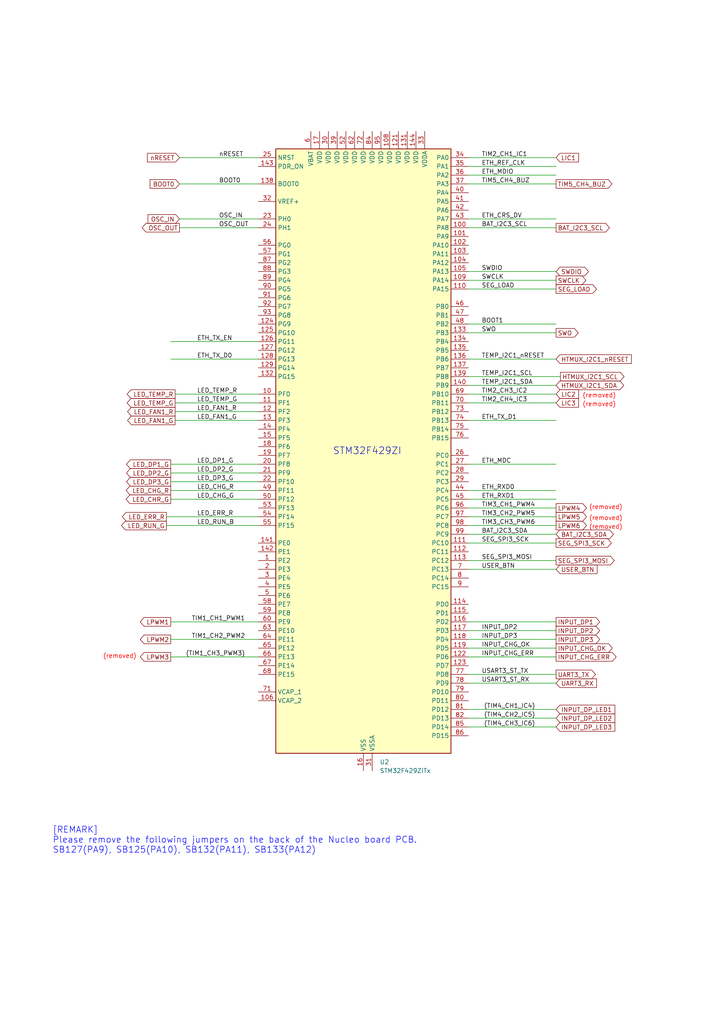
<source format=kicad_sch>
(kicad_sch (version 20230121) (generator eeschema)
  (paper "A4" portrait)
  (title_block (title "[AMDS] Portable MCU Schematic") (date "2024-11-27"))
  (lib_symbols
    (symbol "MCU_ST_STM32F4:STM32F429ZITx"
      (property "Reference" "U" (at -25.4 90.17 0))
      (property "Value" "STM32F429ZITx" (at 20.32 90.17 0))
      (symbol "STM32F429ZITx_0_1"
        (rectangle (start -25.4 -86.36) (end 25.4 88.9) (stroke (width 0.254)) (fill (type background)))
      )
      (symbol "STM32F429ZITx_1_1"
        (pin bidirectional line (at -30.48 -30.48 0) (length 5.08) (name "PE2") (number "1"))
        (pin bidirectional line (at -30.48 17.78 0) (length 5.08) (name "PF0") (number "10"))
        (pin bidirectional line (at 30.48 66.04 180) (length 5.08) (name "PA8") (number "100"))
        (pin bidirectional line (at 30.48 63.5 180) (length 5.08) (name "PA9") (number "101"))
        (pin bidirectional line (at 30.48 60.96 180) (length 5.08) (name "PA10") (number "102"))
        (pin bidirectional line (at 30.48 58.42 180) (length 5.08) (name "PA11") (number "103"))
        (pin bidirectional line (at 30.48 55.88 180) (length 5.08) (name "PA12") (number "104"))
        (pin bidirectional line (at 30.48 53.34 180) (length 5.08) (name "PA13") (number "105"))
        (pin power_out line (at -30.48 -71.12 0) (length 5.08) (name "VCAP_2") (number "106"))
        (pin passive line (at 0 -91.44 90) (length 5.08) hide (name "VSS") (number "107"))
        (pin power_in line (at 7.62 93.98 270) (length 5.08) (name "VDD") (number "108"))
        (pin bidirectional line (at 30.48 50.8 180) (length 5.08) (name "PA14") (number "109"))
        (pin bidirectional line (at -30.48 15.24 0) (length 5.08) (name "PF1") (number "11"))
        (pin bidirectional line (at 30.48 48.26 180) (length 5.08) (name "PA15") (number "110"))
        (pin bidirectional line (at 30.48 -25.4 180) (length 5.08) (name "PC10") (number "111"))
        (pin bidirectional line (at 30.48 -27.94 180) (length 5.08) (name "PC11") (number "112"))
        (pin bidirectional line (at 30.48 -30.48 180) (length 5.08) (name "PC12") (number "113"))
        (pin bidirectional line (at 30.48 -43.18 180) (length 5.08) (name "PD0") (number "114"))
        (pin bidirectional line (at 30.48 -45.72 180) (length 5.08) (name "PD1") (number "115"))
        (pin bidirectional line (at 30.48 -48.26 180) (length 5.08) (name "PD2") (number "116"))
        (pin bidirectional line (at 30.48 -50.8 180) (length 5.08) (name "PD3") (number "117"))
        (pin bidirectional line (at 30.48 -53.34 180) (length 5.08) (name "PD4") (number "118"))
        (pin bidirectional line (at 30.48 -55.88 180) (length 5.08) (name "PD5") (number "119"))
        (pin bidirectional line (at -30.48 12.7 0) (length 5.08) (name "PF2") (number "12"))
        (pin passive line (at 0 -91.44 90) (length 5.08) hide (name "VSS") (number "120"))
        (pin power_in line (at 10.16 93.98 270) (length 5.08) (name "VDD") (number "121"))
        (pin bidirectional line (at 30.48 -58.42 180) (length 5.08) (name "PD6") (number "122"))
        (pin bidirectional line (at 30.48 -60.96 180) (length 5.08) (name "PD7") (number "123"))
        (pin bidirectional line (at -30.48 38.1 0) (length 5.08) (name "PG9") (number "124"))
        (pin bidirectional line (at -30.48 35.56 0) (length 5.08) (name "PG10") (number "125"))
        (pin bidirectional line (at -30.48 33.02 0) (length 5.08) (name "PG11") (number "126"))
        (pin bidirectional line (at -30.48 30.48 0) (length 5.08) (name "PG12") (number "127"))
        (pin bidirectional line (at -30.48 27.94 0) (length 5.08) (name "PG13") (number "128"))
        (pin bidirectional line (at -30.48 25.4 0) (length 5.08) (name "PG14") (number "129"))
        (pin bidirectional line (at -30.48 10.16 0) (length 5.08) (name "PF3") (number "13"))
        (pin passive line (at 0 -91.44 90) (length 5.08) hide (name "VSS") (number "130"))
        (pin power_in line (at 12.7 93.98 270) (length 5.08) (name "VDD") (number "131"))
        (pin bidirectional line (at -30.48 22.86 0) (length 5.08) (name "PG15") (number "132"))
        (pin bidirectional line (at 30.48 35.56 180) (length 5.08) (name "PB3") (number "133"))
        (pin bidirectional line (at 30.48 33.02 180) (length 5.08) (name "PB4") (number "134"))
        (pin bidirectional line (at 30.48 30.48 180) (length 5.08) (name "PB5") (number "135"))
        (pin bidirectional line (at 30.48 27.94 180) (length 5.08) (name "PB6") (number "136"))
        (pin bidirectional line (at 30.48 25.4 180) (length 5.08) (name "PB7") (number "137"))
        (pin input line (at -30.48 78.74 0) (length 5.08) (name "BOOT0") (number "138"))
        (pin bidirectional line (at 30.48 22.86 180) (length 5.08) (name "PB8") (number "139"))
        (pin bidirectional line (at -30.48 7.62 0) (length 5.08) (name "PF4") (number "14"))
        (pin bidirectional line (at 30.48 20.32 180) (length 5.08) (name "PB9") (number "140"))
        (pin bidirectional line (at -30.48 -25.4 0) (length 5.08) (name "PE0") (number "141"))
        (pin bidirectional line (at -30.48 -27.94 0) (length 5.08) (name "PE1") (number "142"))
        (pin input line (at -30.48 83.82 0) (length 5.08) (name "PDR_ON") (number "143"))
        (pin power_in line (at 15.24 93.98 270) (length 5.08) (name "VDD") (number "144"))
        (pin bidirectional line (at -30.48 5.08 0) (length 5.08) (name "PF5") (number "15"))
        (pin power_in line (at 0 -91.44 90) (length 5.08) (name "VSS") (number "16"))
        (pin power_in line (at -12.7 93.98 270) (length 5.08) (name "VDD") (number "17"))
        (pin bidirectional line (at -30.48 2.54 0) (length 5.08) (name "PF6") (number "18"))
        (pin bidirectional line (at -30.48 0 0) (length 5.08) (name "PF7") (number "19"))
        (pin bidirectional line (at -30.48 -33.02 0) (length 5.08) (name "PE3") (number "2"))
        (pin bidirectional line (at -30.48 -2.54 0) (length 5.08) (name "PF8") (number "20"))
        (pin bidirectional line (at -30.48 -5.08 0) (length 5.08) (name "PF9") (number "21"))
        (pin bidirectional line (at -30.48 -7.62 0) (length 5.08) (name "PF10") (number "22"))
        (pin bidirectional line (at -30.48 68.58 0) (length 5.08) (name "PH0") (number "23"))
        (pin bidirectional line (at -30.48 66.04 0) (length 5.08) (name "PH1") (number "24"))
        (pin input line (at -30.48 86.36 0) (length 5.08) (name "NRST") (number "25"))
        (pin bidirectional line (at 30.48 0 180) (length 5.08) (name "PC0") (number "26"))
        (pin bidirectional line (at 30.48 -2.54 180) (length 5.08) (name "PC1") (number "27"))
        (pin bidirectional line (at 30.48 -5.08 180) (length 5.08) (name "PC2") (number "28"))
        (pin bidirectional line (at 30.48 -7.62 180) (length 5.08) (name "PC3") (number "29"))
        (pin bidirectional line (at -30.48 -35.56 0) (length 5.08) (name "PE4") (number "3"))
        (pin power_in line (at -10.16 93.98 270) (length 5.08) (name "VDD") (number "30"))
        (pin power_in line (at 2.54 -91.44 90) (length 5.08) (name "VSSA") (number "31"))
        (pin input line (at -30.48 73.66 0) (length 5.08) (name "VREF+") (number "32"))
        (pin power_in line (at 17.78 93.98 270) (length 5.08) (name "VDDA") (number "33"))
        (pin bidirectional line (at 30.48 86.36 180) (length 5.08) (name "PA0") (number "34"))
        (pin bidirectional line (at 30.48 83.82 180) (length 5.08) (name "PA1") (number "35"))
        (pin bidirectional line (at 30.48 81.28 180) (length 5.08) (name "PA2") (number "36"))
        (pin bidirectional line (at 30.48 78.74 180) (length 5.08) (name "PA3") (number "37"))
        (pin passive line (at 0 -91.44 90) (length 5.08) hide (name "VSS") (number "38"))
        (pin power_in line (at -7.62 93.98 270) (length 5.08) (name "VDD") (number "39"))
        (pin bidirectional line (at -30.48 -38.1 0) (length 5.08) (name "PE5") (number "4"))
        (pin bidirectional line (at 30.48 76.2 180) (length 5.08) (name "PA4") (number "40"))
        (pin bidirectional line (at 30.48 73.66 180) (length 5.08) (name "PA5") (number "41"))
        (pin bidirectional line (at 30.48 71.12 180) (length 5.08) (name "PA6") (number "42"))
        (pin bidirectional line (at 30.48 68.58 180) (length 5.08) (name "PA7") (number "43"))
        (pin bidirectional line (at 30.48 -10.16 180) (length 5.08) (name "PC4") (number "44"))
        (pin bidirectional line (at 30.48 -12.7 180) (length 5.08) (name "PC5") (number "45"))
        (pin bidirectional line (at 30.48 43.18 180) (length 5.08) (name "PB0") (number "46"))
        (pin bidirectional line (at 30.48 40.64 180) (length 5.08) (name "PB1") (number "47"))
        (pin bidirectional line (at 30.48 38.1 180) (length 5.08) (name "PB2") (number "48"))
        (pin bidirectional line (at -30.48 -10.16 0) (length 5.08) (name "PF11") (number "49"))
        (pin bidirectional line (at -30.48 -40.64 0) (length 5.08) (name "PE6") (number "5"))
        (pin bidirectional line (at -30.48 -12.7 0) (length 5.08) (name "PF12") (number "50"))
        (pin passive line (at 0 -91.44 90) (length 5.08) hide (name "VSS") (number "51"))
        (pin power_in line (at -5.08 93.98 270) (length 5.08) (name "VDD") (number "52"))
        (pin bidirectional line (at -30.48 -15.24 0) (length 5.08) (name "PF13") (number "53"))
        (pin bidirectional line (at -30.48 -17.78 0) (length 5.08) (name "PF14") (number "54"))
        (pin bidirectional line (at -30.48 -20.32 0) (length 5.08) (name "PF15") (number "55"))
        (pin bidirectional line (at -30.48 60.96 0) (length 5.08) (name "PG0") (number "56"))
        (pin bidirectional line (at -30.48 58.42 0) (length 5.08) (name "PG1") (number "57"))
        (pin bidirectional line (at -30.48 -43.18 0) (length 5.08) (name "PE7") (number "58"))
        (pin bidirectional line (at -30.48 -45.72 0) (length 5.08) (name "PE8") (number "59"))
        (pin power_in line (at -15.24 93.98 270) (length 5.08) (name "VBAT") (number "6"))
        (pin bidirectional line (at -30.48 -48.26 0) (length 5.08) (name "PE9") (number "60"))
        (pin passive line (at 0 -91.44 90) (length 5.08) hide (name "VSS") (number "61"))
        (pin power_in line (at -2.54 93.98 270) (length 5.08) (name "VDD") (number "62"))
        (pin bidirectional line (at -30.48 -50.8 0) (length 5.08) (name "PE10") (number "63"))
        (pin bidirectional line (at -30.48 -53.34 0) (length 5.08) (name "PE11") (number "64"))
        (pin bidirectional line (at -30.48 -55.88 0) (length 5.08) (name "PE12") (number "65"))
        (pin bidirectional line (at -30.48 -58.42 0) (length 5.08) (name "PE13") (number "66"))
        (pin bidirectional line (at -30.48 -60.96 0) (length 5.08) (name "PE14") (number "67"))
        (pin bidirectional line (at -30.48 -63.5 0) (length 5.08) (name "PE15") (number "68"))
        (pin bidirectional line (at 30.48 17.78 180) (length 5.08) (name "PB10") (number "69"))
        (pin bidirectional line (at 30.48 -33.02 180) (length 5.08) (name "PC13") (number "7"))
        (pin bidirectional line (at 30.48 15.24 180) (length 5.08) (name "PB11") (number "70"))
        (pin power_out line (at -30.48 -68.58 0) (length 5.08) (name "VCAP_1") (number "71"))
        (pin power_in line (at 0 93.98 270) (length 5.08) (name "VDD") (number "72"))
        (pin bidirectional line (at 30.48 12.7 180) (length 5.08) (name "PB12") (number "73"))
        (pin bidirectional line (at 30.48 10.16 180) (length 5.08) (name "PB13") (number "74"))
        (pin bidirectional line (at 30.48 7.62 180) (length 5.08) (name "PB14") (number "75"))
        (pin bidirectional line (at 30.48 5.08 180) (length 5.08) (name "PB15") (number "76"))
        (pin bidirectional line (at 30.48 -63.5 180) (length 5.08) (name "PD8") (number "77"))
        (pin bidirectional line (at 30.48 -66.04 180) (length 5.08) (name "PD9") (number "78"))
        (pin bidirectional line (at 30.48 -68.58 180) (length 5.08) (name "PD10") (number "79"))
        (pin bidirectional line (at 30.48 -35.56 180) (length 5.08) (name "PC14") (number "8"))
        (pin bidirectional line (at 30.48 -71.12 180) (length 5.08) (name "PD11") (number "80"))
        (pin bidirectional line (at 30.48 -73.66 180) (length 5.08) (name "PD12") (number "81"))
        (pin bidirectional line (at 30.48 -76.2 180) (length 5.08) (name "PD13") (number "82"))
        (pin passive line (at 0 -91.44 90) (length 5.08) hide (name "VSS") (number "83"))
        (pin power_in line (at 2.54 93.98 270) (length 5.08) (name "VDD") (number "84"))
        (pin bidirectional line (at 30.48 -78.74 180) (length 5.08) (name "PD14") (number "85"))
        (pin bidirectional line (at 30.48 -81.28 180) (length 5.08) (name "PD15") (number "86"))
        (pin bidirectional line (at -30.48 55.88 0) (length 5.08) (name "PG2") (number "87"))
        (pin bidirectional line (at -30.48 53.34 0) (length 5.08) (name "PG3") (number "88"))
        (pin bidirectional line (at -30.48 50.8 0) (length 5.08) (name "PG4") (number "89"))
        (pin bidirectional line (at 30.48 -38.1 180) (length 5.08) (name "PC15") (number "9"))
        (pin bidirectional line (at -30.48 48.26 0) (length 5.08) (name "PG5") (number "90"))
        (pin bidirectional line (at -30.48 45.72 0) (length 5.08) (name "PG6") (number "91"))
        (pin bidirectional line (at -30.48 43.18 0) (length 5.08) (name "PG7") (number "92"))
        (pin bidirectional line (at -30.48 40.64 0) (length 5.08) (name "PG8") (number "93"))
        (pin passive line (at 0 -91.44 90) (length 5.08) hide (name "VSS") (number "94"))
        (pin power_in line (at 5.08 93.98 270) (length 5.08) (name "VDD") (number "95"))
        (pin bidirectional line (at 30.48 -15.24 180) (length 5.08) (name "PC6") (number "96"))
        (pin bidirectional line (at 30.48 -17.78 180) (length 5.08) (name "PC7") (number "97"))
        (pin bidirectional line (at 30.48 -20.32 180) (length 5.08) (name "PC8") (number "98"))
        (pin bidirectional line (at 30.48 -22.86 180) (length 5.08) (name "PC9") (number "99"))
      )
    )
  )
  (wire (pts (xy 135.89 154.94) (xy 161.29 154.94)))
  (wire (pts (xy 49.53 144.78) (xy 74.93 144.78)))
  (wire (pts (xy 50.8 119.38) (xy 74.93 119.38)))
  (wire (pts (xy 48.26 149.86) (xy 74.93 149.86)))
  (wire (pts (xy 49.53 137.16) (xy 74.93 137.16)))
  (wire (pts (xy 50.8 121.92) (xy 74.93 121.92)))
  (wire (pts (xy 135.89 50.8) (xy 161.29 50.8)))
  (wire (pts (xy 74.93 180.34) (xy 49.53 180.34)))
  (wire (pts (xy 135.89 149.86) (xy 161.29 149.86)))
  (wire (pts (xy 135.89 198.12) (xy 161.29 198.12)))
  (wire (pts (xy 135.89 185.42) (xy 161.29 185.42)))
  (wire (pts (xy 48.26 152.4) (xy 74.93 152.4)))
  (wire (pts (xy 135.89 147.32) (xy 161.29 147.32)))
  (wire (pts (xy 135.89 81.28) (xy 161.29 81.28)))
  (wire (pts (xy 49.53 139.7) (xy 74.93 139.7)))
  (wire (pts (xy 135.89 208.28) (xy 161.29 208.28)))
  (wire (pts (xy 135.89 205.74) (xy 161.29 205.74)))
  (wire (pts (xy 135.89 111.76) (xy 161.29 111.76)))
  (wire (pts (xy 49.53 104.14) (xy 74.93 104.14)))
  (wire (pts (xy 135.89 78.74) (xy 161.29 78.74)))
  (wire (pts (xy 50.8 114.3) (xy 74.93 114.3)))
  (wire (pts (xy 50.8 116.84) (xy 74.93 116.84)))
  (wire (pts (xy 135.89 104.14) (xy 161.29 104.14)))
  (wire (pts (xy 135.89 157.48) (xy 161.29 157.48)))
  (wire (pts (xy 135.89 83.82) (xy 161.29 83.82)))
  (wire (pts (xy 135.89 121.92) (xy 161.29 121.92)))
  (wire (pts (xy 49.53 99.06) (xy 74.93 99.06)))
  (wire (pts (xy 135.89 144.78) (xy 161.29 144.78)))
  (wire (pts (xy 135.89 45.72) (xy 161.29 45.72)))
  (wire (pts (xy 52.07 53.34) (xy 74.93 53.34)))
  (wire (pts (xy 135.89 134.62) (xy 161.29 134.62)))
  (wire (pts (xy 135.89 142.24) (xy 161.29 142.24)))
  (wire (pts (xy 135.89 187.96) (xy 161.29 187.96)))
  (wire (pts (xy 52.07 66.04) (xy 74.93 66.04)))
  (wire (pts (xy 135.89 162.56) (xy 161.29 162.56)))
  (wire (pts (xy 135.89 53.34) (xy 161.29 53.34)))
  (wire (pts (xy 135.89 152.4) (xy 161.29 152.4)))
  (wire (pts (xy 135.89 116.84) (xy 161.29 116.84)))
  (wire (pts (xy 135.89 93.98) (xy 161.29 93.98)))
  (wire (pts (xy 135.89 182.88) (xy 161.29 182.88)))
  (wire (pts (xy 52.07 45.72) (xy 74.93 45.72)))
  (wire (pts (xy 135.89 195.58) (xy 161.29 195.58)))
  (wire (pts (xy 135.89 114.3) (xy 161.29 114.3)))
  (wire (pts (xy 49.53 142.24) (xy 74.93 142.24)))
  (wire (pts (xy 135.89 210.82) (xy 161.29 210.82)))
  (wire (pts (xy 135.89 109.22) (xy 162.56 109.22)))
  (wire (pts (xy 74.93 190.5) (xy 49.53 190.5)))
  (wire (pts (xy 135.89 96.52) (xy 161.29 96.52)))
  (wire (pts (xy 135.89 190.5) (xy 161.29 190.5)))
  (wire (pts (xy 74.93 185.42) (xy 49.53 185.42)))
  (wire (pts (xy 135.89 180.34) (xy 161.29 180.34)))
  (wire (pts (xy 135.89 165.1) (xy 161.29 165.1)))
  (wire (pts (xy 135.89 63.5) (xy 161.29 63.5)))
  (wire (pts (xy 135.89 66.04) (xy 161.29 66.04)))
  (wire (pts (xy 135.89 48.26) (xy 161.29 48.26)))
  (wire (pts (xy 49.53 134.62) (xy 74.93 134.62)))
  (wire (pts (xy 52.07 63.5) (xy 74.93 63.5)))
  (text "(removed)" (at 170.815 147.955 0) (effects (font (size 1.27 1.27)) (justify left bottom)))
  (text "(removed)" (at 168.91 118.11 0) (effects (font (size 1.27 1.27)) (justify left bottom)))
  (text "(removed)" (at 168.91 115.57 0) (effects (font (size 1.27 1.27)) (justify left bottom)))
  (text "STM32F429ZI" (at 96.52 132.08 0) (effects (font (size 2 2)) (justify left bottom)))
  (text "[REMARK]\nPlease remove the following jumpers on the back of the Nucleo board PCB.\nSB127(PA9), SB125(PA10), SB132(PA11), SB133(PA12)" (at 15.24 247.65 0) (effects (font (size 1.8 1.8)) (justify left bottom)))
  (text "(removed)" (at 29.845 191.135 0) (effects (font (size 1.27 1.27)) (justify left bottom)))
  (text "(removed)" (at 170.815 153.67 0) (effects (font (size 1.27 1.27)) (justify left bottom)))
  (text "(removed)" (at 170.815 151.13 0) (effects (font (size 1.27 1.27)) (justify left bottom)))
  (label "ETH_MDC" (at 139.7 134.62 0))
  (label "LED_CHG_R" (at 57.15 142.24 0))
  (label "OSC_IN" (at 63.5 63.5 0))
  (label "LED_FAN1_R" (at 57.15 119.38 0))
  (label "(TIM4_CH1_IC4)" (at 140.335 205.74 0))
  (label "LED_DP2_G" (at 57.15 137.16 0))
  (label "TEMP_I2C1_SCL" (at 139.7 109.22 0))
  (label "TIM5_CH4_BUZ" (at 139.7 53.34 0))
  (label "ETH_CRS_DV" (at 139.7 63.5 0))
  (label "USART3_ST_RX" (at 139.7 198.12 0))
  (label "OSC_OUT" (at 63.5 66.04 0))
  (label "SWCLK" (at 139.7 81.28 0))
  (label "ETH_TX_D0" (at 57.15 104.14 0))
  (label "ETH_REF_CLK" (at 139.7 48.26 0))
  (label "LED_TEMP_R" (at 57.15 114.3 0))
  (label "TIM2_CH3_IC2" (at 139.7 114.3 0))
  (label "TIM1_CH1_PWM1" (at 71.12 180.34 180))
  (label "BAT_I2C3_SCL" (at 139.7 66.04 0))
  (label "USER_BTN" (at 139.7 165.1 0))
  (label "USART3_ST_TX" (at 139.7 195.58 0))
  (label "SWO" (at 139.7 96.52 0))
  (label "SWDIO" (at 139.7 78.74 0))
  (label "INPUT_DP2" (at 139.7 182.88 0))
  (label "ETH_TX_D1" (at 139.7 121.92 0))
  (label "TEMP_I2C1_nRESET" (at 139.7 104.14 0))
  (label "LED_RUN_B" (at 57.15 152.4 0))
  (label "TIM3_CH3_PWM6" (at 139.7 152.4 0))
  (label "SEG_LOAD" (at 139.7 83.82 0))
  (label "nRESET" (at 63.5 45.72 0))
  (label "TEMP_I2C1_SDA" (at 139.7 111.76 0))
  (label "INPUT_CHG_ERR" (at 139.7 190.5 0))
  (label "BOOT0" (at 63.5 53.34 0))
  (label "ETH_RXD0" (at 139.7 142.24 0))
  (label "INPUT_DP3" (at 139.7 185.42 0))
  (label "LED_FAN1_G" (at 57.15 121.92 0))
  (label "LED_CHG_G" (at 57.15 144.78 0))
  (label "(TIM4_CH2_IC5)" (at 140.335 208.28 0))
  (label "LED_DP3_G" (at 57.15 139.7 0))
  (label "ETH_RXD1" (at 139.7 144.78 0))
  (label "BAT_I2C3_SDA" (at 139.7 154.94 0))
  (label "TIM1_CH2_PWM2" (at 71.12 185.42 180))
  (label "ETH_MDIO" (at 139.7 50.8 0))
  (label "TIM2_CH1_IC1" (at 139.7 45.72 0))
  (label "BOOT1" (at 139.7 93.98 0))
  (label "LED_DP1_G" (at 57.15 134.62 0))
  (label "(TIM1_CH3_PWM3)" (at 71.12 190.5 180))
  (label "LED_ERR_R" (at 57.15 149.86 0))
  (label "TIM3_CH1_PWM4" (at 139.7 147.32 0))
  (label "INPUT_CHG_OK" (at 139.7 187.96 0))
  (label "SEG_SPI3_SCK" (at 139.7 157.48 0))
  (label "TIM3_CH2_PWM5" (at 139.7 149.86 0))
  (label "(TIM4_CH3_IC6)" (at 140.335 210.82 0))
  (label "ETH_TX_EN" (at 57.15 99.06 0))
  (label "LED_TEMP_G" (at 57.15 116.84 0))
  (label "SEG_SPI3_MOSI" (at 139.7 162.56 0))
  (label "TIM2_CH4_IC3" (at 139.7 116.84 0))
  (global_label "INPUT_DP_LED2" (shape input) (at 161.29 208.28 0) (property "Intersheetrefs" "${INTERSHEET_REFS}" (effects hide)))
  (global_label "LED_TEMP_G" (shape output) (at 50.8 116.84 180) (property "Intersheetrefs" "${INTERSHEET_REFS}" (effects hide)))
  (global_label "INPUT_DP3" (shape output) (at 161.29 185.42 0) (property "Intersheetrefs" "${INTERSHEET_REFS}" (effects hide)))
  (global_label "LED_DP3_G" (shape output) (at 49.53 139.7 180) (property "Intersheetrefs" "${INTERSHEET_REFS}" (effects hide)))
  (global_label "SWCLK" (shape output) (at 161.29 81.28 0) (property "Intersheetrefs" "${INTERSHEET_REFS}" (effects hide)))
  (global_label "INPUT_CHG_OK" (shape output) (at 161.29 187.96 0) (property "Intersheetrefs" "${INTERSHEET_REFS}" (effects hide)))
  (global_label "HTMUX_I2C1_nRESET" (shape input) (at 161.29 104.14 0) (property "Intersheetrefs" "${INTERSHEET_REFS}" (effects hide)))
  (global_label "LED_DP1_G" (shape output) (at 49.53 134.62 180) (property "Intersheetrefs" "${INTERSHEET_REFS}" (effects hide)))
  (global_label "OSC_IN" (shape input) (at 52.07 63.5 180) (property "Intersheetrefs" "${INTERSHEET_REFS}" (effects hide)))
  (global_label "TIM5_CH4_BUZ" (shape output) (at 161.29 53.34 0) (property "Intersheetrefs" "${INTERSHEET_REFS}" (effects hide)))
  (global_label "LED_FAN1_G" (shape output) (at 50.8 121.92 180) (property "Intersheetrefs" "${INTERSHEET_REFS}" (effects hide)))
  (global_label "SEG_LOAD" (shape output) (at 161.29 83.82 0) (property "Intersheetrefs" "${INTERSHEET_REFS}" (effects hide)))
  (global_label "INPUT_DP2" (shape output) (at 161.29 182.88 0) (property "Intersheetrefs" "${INTERSHEET_REFS}" (effects hide)))
  (global_label "SEG_SPI3_SCK" (shape output) (at 161.29 157.48 0) (property "Intersheetrefs" "${INTERSHEET_REFS}" (effects hide)))
  (global_label "INPUT_DP_LED1" (shape input) (at 161.29 205.74 0) (property "Intersheetrefs" "${INTERSHEET_REFS}" (effects hide)))
  (global_label "LPWM4" (shape output) (at 161.29 147.32 0) (property "Intersheetrefs" "${INTERSHEET_REFS}" (effects hide)))
  (global_label "BOOT0" (shape input) (at 52.07 53.34 180) (property "Intersheetrefs" "${INTERSHEET_REFS}" (effects hide)))
  (global_label "LPWM3" (shape output) (at 49.53 190.5 180) (property "Intersheetrefs" "${INTERSHEET_REFS}" (effects hide)))
  (global_label "USER_BTN" (shape input) (at 161.29 165.1 0) (property "Intersheetrefs" "${INTERSHEET_REFS}" (effects hide)))
  (global_label "SEG_SPI3_MOSI" (shape output) (at 161.29 162.56 0) (property "Intersheetrefs" "${INTERSHEET_REFS}" (effects hide)))
  (global_label "UART3_TX" (shape output) (at 161.29 195.58 0) (property "Intersheetrefs" "${INTERSHEET_REFS}" (effects hide)))
  (global_label "LPWM5" (shape output) (at 161.29 149.86 0) (property "Intersheetrefs" "${INTERSHEET_REFS}" (effects hide)))
  (global_label "LED_FAN1_R" (shape output) (at 50.8 119.38 180) (property "Intersheetrefs" "${INTERSHEET_REFS}" (effects hide)))
  (global_label "OSC_OUT" (shape output) (at 52.07 66.04 180) (property "Intersheetrefs" "${INTERSHEET_REFS}" (effects hide)))
  (global_label "HTMUX_I2C1_SCL" (shape output) (at 162.56 109.22 0) (property "Intersheetrefs" "${INTERSHEET_REFS}" (effects hide)))
  (global_label "INPUT_DP1" (shape output) (at 161.29 180.34 0) (property "Intersheetrefs" "${INTERSHEET_REFS}" (effects hide)))
  (global_label "LED_RUN_G" (shape output) (at 48.26 152.4 180) (property "Intersheetrefs" "${INTERSHEET_REFS}" (effects hide)))
  (global_label "LED_CHG_R" (shape output) (at 49.53 142.24 180) (property "Intersheetrefs" "${INTERSHEET_REFS}" (effects hide)))
  (global_label "LPWM6" (shape output) (at 161.29 152.4 0) (property "Intersheetrefs" "${INTERSHEET_REFS}" (effects hide)))
  (global_label "SWO" (shape output) (at 161.29 96.52 0) (property "Intersheetrefs" "${INTERSHEET_REFS}" (effects hide)))
  (global_label "nRESET" (shape input) (at 52.07 45.72 180) (property "Intersheetrefs" "${INTERSHEET_REFS}" (effects hide)))
  (global_label "LED_CHR_G" (shape output) (at 49.53 144.78 180) (property "Intersheetrefs" "${INTERSHEET_REFS}" (effects hide)))
  (global_label "INPUT_DP_LED3" (shape input) (at 161.29 210.82 0) (property "Intersheetrefs" "${INTERSHEET_REFS}" (effects hide)))
  (global_label "LED_ERR_R" (shape output) (at 48.26 149.86 180) (property "Intersheetrefs" "${INTERSHEET_REFS}" (effects hide)))
  (global_label "LED_DP2_G" (shape output) (at 49.53 137.16 180) (property "Intersheetrefs" "${INTERSHEET_REFS}" (effects hide)))
  (global_label "INPUT_CHG_ERR" (shape output) (at 161.29 190.5 0) (property "Intersheetrefs" "${INTERSHEET_REFS}" (effects hide)))
  (global_label "HTMUX_I2C1_SDA" (shape bidirectional) (at 161.29 111.76 0) (property "Intersheetrefs" "${INTERSHEET_REFS}" (effects hide)))
  (global_label "LIC3" (shape input) (at 161.29 116.84 0) (property "Intersheetrefs" "${INTERSHEET_REFS}" (effects hide)))
  (global_label "LIC1" (shape input) (at 161.29 45.72 0) (property "Intersheetrefs" "${INTERSHEET_REFS}" (effects hide)))
  (global_label "LPWM1" (shape output) (at 49.53 180.34 180) (property "Intersheetrefs" "${INTERSHEET_REFS}" (effects hide)))
  (global_label "LED_TEMP_R" (shape output) (at 50.8 114.3 180) (property "Intersheetrefs" "${INTERSHEET_REFS}" (effects hide)))
  (global_label "UART3_RX" (shape input) (at 161.29 198.12 0) (property "Intersheetrefs" "${INTERSHEET_REFS}" (effects hide)))
  (global_label "LIC2" (shape input) (at 161.29 114.3 0) (property "Intersheetrefs" "${INTERSHEET_REFS}" (effects hide)))
  (global_label "LPWM2" (shape output) (at 49.53 185.42 180) (property "Intersheetrefs" "${INTERSHEET_REFS}" (effects hide)))
  (global_label "BAT_I2C3_SDA" (shape bidirectional) (at 161.29 154.94 0) (property "Intersheetrefs" "${INTERSHEET_REFS}" (effects hide)))
  (global_label "BAT_I2C3_SCL" (shape output) (at 161.29 66.04 0) (property "Intersheetrefs" "${INTERSHEET_REFS}" (effects hide)))
  (global_label "SWDIO" (shape bidirectional) (at 161.29 78.74 0) (property "Intersheetrefs" "${INTERSHEET_REFS}" (effects hide)))
  (symbol (lib_id "MCU_ST_STM32F4:STM32F429ZITx") (at 105.41 132.08 0) (unit 1)
    (property "Reference" "U2" (at 110.1441 220.98 0) (effects (justify left)))
    (property "Value" "STM32F429ZITx" (at 110.1441 223.52 0) (effects (justify left)))
    (property "Footprint" "Package_QFP:LQFP-144_20x20mm_P0.5mm" (effects hide))
    (property "Datasheet" "https://www.st.com/resource/en/datasheet/stm32f429zi.pdf" (effects hide))
  )
)
</source>
